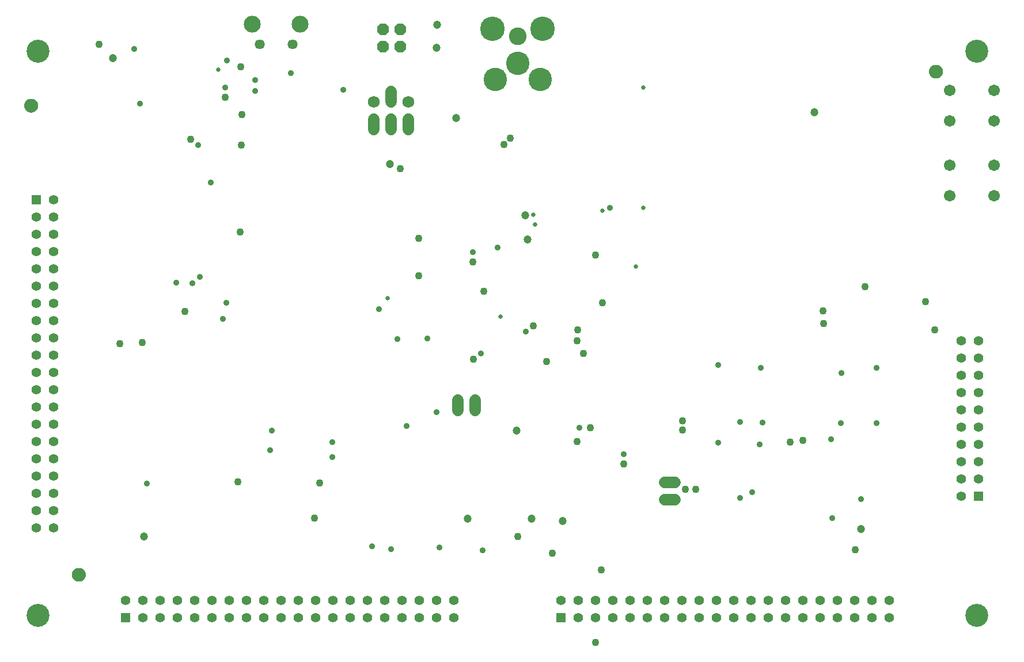
<source format=gbs>
G75*
%MOIN*%
%OFA0B0*%
%FSLAX25Y25*%
%IPPOS*%
%LPD*%
%AMOC8*
5,1,8,0,0,1.08239X$1,22.5*
%
%ADD10C,0.09800*%
%ADD11C,0.05750*%
%ADD12C,0.13300*%
%ADD13C,0.02584*%
%ADD14R,0.05524X0.05524*%
%ADD15C,0.05524*%
%ADD16C,0.04737*%
%ADD17C,0.03556*%
%ADD18C,0.03937*%
%ADD19OC8,0.06800*%
%ADD20C,0.06800*%
%ADD21C,0.06800*%
%ADD22C,0.04343*%
%ADD23C,0.06706*%
%ADD24C,0.13560*%
%ADD25C,0.14150*%
%ADD26C,0.10249*%
D10*
X0150089Y0552444D03*
X0177727Y0552444D03*
D11*
X0173456Y0540633D03*
X0154361Y0540633D03*
D12*
X0026113Y0536696D03*
X0569420Y0536696D03*
X0569420Y0209924D03*
X0026113Y0209924D03*
D13*
X0293830Y0383152D03*
X0228475Y0393782D03*
X0313711Y0436302D03*
X0312924Y0442207D03*
X0352688Y0444570D03*
X0376507Y0446144D03*
X0371979Y0412089D03*
X0376507Y0515829D03*
X0130444Y0526066D03*
D14*
X0025050Y0450593D03*
X0076782Y0208861D03*
X0328751Y0208861D03*
X0570483Y0279097D03*
D15*
X0560483Y0279097D03*
X0560483Y0289097D03*
X0570483Y0289097D03*
X0570483Y0299097D03*
X0560483Y0299097D03*
X0560483Y0309097D03*
X0570483Y0309097D03*
X0570483Y0319097D03*
X0560483Y0319097D03*
X0560483Y0329097D03*
X0570483Y0329097D03*
X0570483Y0339097D03*
X0560483Y0339097D03*
X0560483Y0349097D03*
X0570483Y0349097D03*
X0570483Y0359097D03*
X0560483Y0359097D03*
X0560483Y0369097D03*
X0570483Y0369097D03*
X0518751Y0218861D03*
X0518751Y0208861D03*
X0508751Y0208861D03*
X0508751Y0218861D03*
X0498751Y0218861D03*
X0498751Y0208861D03*
X0488751Y0208861D03*
X0488751Y0218861D03*
X0478751Y0218861D03*
X0478751Y0208861D03*
X0468751Y0208861D03*
X0468751Y0218861D03*
X0458751Y0218861D03*
X0458751Y0208861D03*
X0448751Y0208861D03*
X0448751Y0218861D03*
X0438751Y0218861D03*
X0438751Y0208861D03*
X0428751Y0208861D03*
X0428751Y0218861D03*
X0418751Y0218861D03*
X0418751Y0208861D03*
X0408751Y0208861D03*
X0408751Y0218861D03*
X0398751Y0218861D03*
X0398751Y0208861D03*
X0388751Y0208861D03*
X0388751Y0218861D03*
X0378751Y0218861D03*
X0378751Y0208861D03*
X0368751Y0208861D03*
X0368751Y0218861D03*
X0358751Y0218861D03*
X0358751Y0208861D03*
X0348751Y0208861D03*
X0348751Y0218861D03*
X0338751Y0218861D03*
X0338751Y0208861D03*
X0328751Y0218861D03*
X0266782Y0218861D03*
X0256782Y0218861D03*
X0246782Y0218861D03*
X0236782Y0218861D03*
X0226782Y0218861D03*
X0216782Y0218861D03*
X0206782Y0218861D03*
X0196782Y0218861D03*
X0186782Y0218861D03*
X0176782Y0218861D03*
X0166782Y0218861D03*
X0156782Y0218861D03*
X0146782Y0218861D03*
X0136782Y0218861D03*
X0126782Y0218861D03*
X0116782Y0218861D03*
X0106782Y0218861D03*
X0096782Y0218861D03*
X0086782Y0218861D03*
X0076782Y0218861D03*
X0086782Y0208861D03*
X0096782Y0208861D03*
X0106782Y0208861D03*
X0116782Y0208861D03*
X0126782Y0208861D03*
X0136782Y0208861D03*
X0146782Y0208861D03*
X0156782Y0208861D03*
X0166782Y0208861D03*
X0176782Y0208861D03*
X0186782Y0208861D03*
X0196782Y0208861D03*
X0206782Y0208861D03*
X0216782Y0208861D03*
X0226782Y0208861D03*
X0236782Y0208861D03*
X0246782Y0208861D03*
X0256782Y0208861D03*
X0266782Y0208861D03*
X0035050Y0260593D03*
X0025050Y0260593D03*
X0025050Y0270593D03*
X0035050Y0270593D03*
X0035050Y0280593D03*
X0025050Y0280593D03*
X0025050Y0290593D03*
X0035050Y0290593D03*
X0035050Y0300593D03*
X0025050Y0300593D03*
X0025050Y0310593D03*
X0035050Y0310593D03*
X0035050Y0320593D03*
X0025050Y0320593D03*
X0025050Y0330593D03*
X0035050Y0330593D03*
X0035050Y0340593D03*
X0025050Y0340593D03*
X0025050Y0350593D03*
X0035050Y0350593D03*
X0035050Y0360593D03*
X0025050Y0360593D03*
X0025050Y0370593D03*
X0035050Y0370593D03*
X0035050Y0380593D03*
X0025050Y0380593D03*
X0025050Y0390593D03*
X0035050Y0390593D03*
X0035050Y0400593D03*
X0025050Y0400593D03*
X0025050Y0410593D03*
X0035050Y0410593D03*
X0035050Y0420593D03*
X0025050Y0420593D03*
X0025050Y0430593D03*
X0035050Y0430593D03*
X0035050Y0440593D03*
X0025050Y0440593D03*
X0035050Y0450593D03*
D16*
X0069420Y0532759D03*
X0229853Y0471538D03*
X0268042Y0497916D03*
X0256822Y0538861D03*
X0257019Y0552050D03*
X0308200Y0441617D03*
X0309578Y0427640D03*
X0475326Y0501262D03*
X0303278Y0317010D03*
X0311940Y0266223D03*
X0329656Y0264648D03*
X0274932Y0266223D03*
X0087530Y0255593D03*
X0502491Y0259924D03*
D17*
X0485759Y0266420D03*
X0502491Y0277444D03*
X0484971Y0312089D03*
X0490877Y0321538D03*
X0511349Y0321538D03*
X0491270Y0350475D03*
X0511546Y0353428D03*
X0444617Y0353428D03*
X0419814Y0355199D03*
X0432412Y0322129D03*
X0445601Y0321735D03*
X0443830Y0308940D03*
X0419814Y0309924D03*
X0432609Y0278034D03*
X0439499Y0281381D03*
X0365089Y0303428D03*
X0339499Y0318782D03*
X0282412Y0361696D03*
X0308396Y0374294D03*
X0251310Y0370554D03*
X0233987Y0370160D03*
X0223357Y0387483D03*
X0277688Y0420554D03*
X0292255Y0423113D03*
X0357215Y0446144D03*
X0202885Y0514451D03*
X0172570Y0524097D03*
X0151704Y0519963D03*
X0151704Y0513664D03*
X0134578Y0515829D03*
X0135562Y0531381D03*
X0081625Y0538073D03*
X0084971Y0506381D03*
X0118830Y0482365D03*
X0126113Y0460711D03*
X0119814Y0405987D03*
X0115483Y0402444D03*
X0106034Y0402837D03*
X0134971Y0391223D03*
X0133200Y0381577D03*
X0161349Y0317010D03*
X0160365Y0305593D03*
X0196389Y0310514D03*
X0196585Y0301656D03*
X0239499Y0319766D03*
X0256822Y0327640D03*
X0258396Y0249294D03*
X0283593Y0247719D03*
X0230444Y0248310D03*
X0219420Y0250081D03*
X0089105Y0286302D03*
D18*
X0047766Y0233546D02*
X0047768Y0233634D01*
X0047774Y0233722D01*
X0047784Y0233810D01*
X0047798Y0233898D01*
X0047815Y0233984D01*
X0047837Y0234070D01*
X0047862Y0234154D01*
X0047892Y0234238D01*
X0047924Y0234320D01*
X0047961Y0234400D01*
X0048001Y0234479D01*
X0048045Y0234556D01*
X0048092Y0234631D01*
X0048142Y0234703D01*
X0048196Y0234774D01*
X0048252Y0234841D01*
X0048312Y0234907D01*
X0048374Y0234969D01*
X0048440Y0235029D01*
X0048507Y0235085D01*
X0048578Y0235139D01*
X0048650Y0235189D01*
X0048725Y0235236D01*
X0048802Y0235280D01*
X0048881Y0235320D01*
X0048961Y0235357D01*
X0049043Y0235389D01*
X0049127Y0235419D01*
X0049211Y0235444D01*
X0049297Y0235466D01*
X0049383Y0235483D01*
X0049471Y0235497D01*
X0049559Y0235507D01*
X0049647Y0235513D01*
X0049735Y0235515D01*
X0049823Y0235513D01*
X0049911Y0235507D01*
X0049999Y0235497D01*
X0050087Y0235483D01*
X0050173Y0235466D01*
X0050259Y0235444D01*
X0050343Y0235419D01*
X0050427Y0235389D01*
X0050509Y0235357D01*
X0050589Y0235320D01*
X0050668Y0235280D01*
X0050745Y0235236D01*
X0050820Y0235189D01*
X0050892Y0235139D01*
X0050963Y0235085D01*
X0051030Y0235029D01*
X0051096Y0234969D01*
X0051158Y0234907D01*
X0051218Y0234841D01*
X0051274Y0234774D01*
X0051328Y0234703D01*
X0051378Y0234631D01*
X0051425Y0234556D01*
X0051469Y0234479D01*
X0051509Y0234400D01*
X0051546Y0234320D01*
X0051578Y0234238D01*
X0051608Y0234154D01*
X0051633Y0234070D01*
X0051655Y0233984D01*
X0051672Y0233898D01*
X0051686Y0233810D01*
X0051696Y0233722D01*
X0051702Y0233634D01*
X0051704Y0233546D01*
X0051702Y0233458D01*
X0051696Y0233370D01*
X0051686Y0233282D01*
X0051672Y0233194D01*
X0051655Y0233108D01*
X0051633Y0233022D01*
X0051608Y0232938D01*
X0051578Y0232854D01*
X0051546Y0232772D01*
X0051509Y0232692D01*
X0051469Y0232613D01*
X0051425Y0232536D01*
X0051378Y0232461D01*
X0051328Y0232389D01*
X0051274Y0232318D01*
X0051218Y0232251D01*
X0051158Y0232185D01*
X0051096Y0232123D01*
X0051030Y0232063D01*
X0050963Y0232007D01*
X0050892Y0231953D01*
X0050820Y0231903D01*
X0050745Y0231856D01*
X0050668Y0231812D01*
X0050589Y0231772D01*
X0050509Y0231735D01*
X0050427Y0231703D01*
X0050343Y0231673D01*
X0050259Y0231648D01*
X0050173Y0231626D01*
X0050087Y0231609D01*
X0049999Y0231595D01*
X0049911Y0231585D01*
X0049823Y0231579D01*
X0049735Y0231577D01*
X0049647Y0231579D01*
X0049559Y0231585D01*
X0049471Y0231595D01*
X0049383Y0231609D01*
X0049297Y0231626D01*
X0049211Y0231648D01*
X0049127Y0231673D01*
X0049043Y0231703D01*
X0048961Y0231735D01*
X0048881Y0231772D01*
X0048802Y0231812D01*
X0048725Y0231856D01*
X0048650Y0231903D01*
X0048578Y0231953D01*
X0048507Y0232007D01*
X0048440Y0232063D01*
X0048374Y0232123D01*
X0048312Y0232185D01*
X0048252Y0232251D01*
X0048196Y0232318D01*
X0048142Y0232389D01*
X0048092Y0232461D01*
X0048045Y0232536D01*
X0048001Y0232613D01*
X0047961Y0232692D01*
X0047924Y0232772D01*
X0047892Y0232854D01*
X0047862Y0232938D01*
X0047837Y0233022D01*
X0047815Y0233108D01*
X0047798Y0233194D01*
X0047784Y0233282D01*
X0047774Y0233370D01*
X0047768Y0233458D01*
X0047766Y0233546D01*
X0020207Y0505199D02*
X0020209Y0505287D01*
X0020215Y0505375D01*
X0020225Y0505463D01*
X0020239Y0505551D01*
X0020256Y0505637D01*
X0020278Y0505723D01*
X0020303Y0505807D01*
X0020333Y0505891D01*
X0020365Y0505973D01*
X0020402Y0506053D01*
X0020442Y0506132D01*
X0020486Y0506209D01*
X0020533Y0506284D01*
X0020583Y0506356D01*
X0020637Y0506427D01*
X0020693Y0506494D01*
X0020753Y0506560D01*
X0020815Y0506622D01*
X0020881Y0506682D01*
X0020948Y0506738D01*
X0021019Y0506792D01*
X0021091Y0506842D01*
X0021166Y0506889D01*
X0021243Y0506933D01*
X0021322Y0506973D01*
X0021402Y0507010D01*
X0021484Y0507042D01*
X0021568Y0507072D01*
X0021652Y0507097D01*
X0021738Y0507119D01*
X0021824Y0507136D01*
X0021912Y0507150D01*
X0022000Y0507160D01*
X0022088Y0507166D01*
X0022176Y0507168D01*
X0022264Y0507166D01*
X0022352Y0507160D01*
X0022440Y0507150D01*
X0022528Y0507136D01*
X0022614Y0507119D01*
X0022700Y0507097D01*
X0022784Y0507072D01*
X0022868Y0507042D01*
X0022950Y0507010D01*
X0023030Y0506973D01*
X0023109Y0506933D01*
X0023186Y0506889D01*
X0023261Y0506842D01*
X0023333Y0506792D01*
X0023404Y0506738D01*
X0023471Y0506682D01*
X0023537Y0506622D01*
X0023599Y0506560D01*
X0023659Y0506494D01*
X0023715Y0506427D01*
X0023769Y0506356D01*
X0023819Y0506284D01*
X0023866Y0506209D01*
X0023910Y0506132D01*
X0023950Y0506053D01*
X0023987Y0505973D01*
X0024019Y0505891D01*
X0024049Y0505807D01*
X0024074Y0505723D01*
X0024096Y0505637D01*
X0024113Y0505551D01*
X0024127Y0505463D01*
X0024137Y0505375D01*
X0024143Y0505287D01*
X0024145Y0505199D01*
X0024143Y0505111D01*
X0024137Y0505023D01*
X0024127Y0504935D01*
X0024113Y0504847D01*
X0024096Y0504761D01*
X0024074Y0504675D01*
X0024049Y0504591D01*
X0024019Y0504507D01*
X0023987Y0504425D01*
X0023950Y0504345D01*
X0023910Y0504266D01*
X0023866Y0504189D01*
X0023819Y0504114D01*
X0023769Y0504042D01*
X0023715Y0503971D01*
X0023659Y0503904D01*
X0023599Y0503838D01*
X0023537Y0503776D01*
X0023471Y0503716D01*
X0023404Y0503660D01*
X0023333Y0503606D01*
X0023261Y0503556D01*
X0023186Y0503509D01*
X0023109Y0503465D01*
X0023030Y0503425D01*
X0022950Y0503388D01*
X0022868Y0503356D01*
X0022784Y0503326D01*
X0022700Y0503301D01*
X0022614Y0503279D01*
X0022528Y0503262D01*
X0022440Y0503248D01*
X0022352Y0503238D01*
X0022264Y0503232D01*
X0022176Y0503230D01*
X0022088Y0503232D01*
X0022000Y0503238D01*
X0021912Y0503248D01*
X0021824Y0503262D01*
X0021738Y0503279D01*
X0021652Y0503301D01*
X0021568Y0503326D01*
X0021484Y0503356D01*
X0021402Y0503388D01*
X0021322Y0503425D01*
X0021243Y0503465D01*
X0021166Y0503509D01*
X0021091Y0503556D01*
X0021019Y0503606D01*
X0020948Y0503660D01*
X0020881Y0503716D01*
X0020815Y0503776D01*
X0020753Y0503838D01*
X0020693Y0503904D01*
X0020637Y0503971D01*
X0020583Y0504042D01*
X0020533Y0504114D01*
X0020486Y0504189D01*
X0020442Y0504266D01*
X0020402Y0504345D01*
X0020365Y0504425D01*
X0020333Y0504507D01*
X0020303Y0504591D01*
X0020278Y0504675D01*
X0020256Y0504761D01*
X0020239Y0504847D01*
X0020225Y0504935D01*
X0020215Y0505023D01*
X0020209Y0505111D01*
X0020207Y0505199D01*
X0543829Y0524885D02*
X0543831Y0524973D01*
X0543837Y0525061D01*
X0543847Y0525149D01*
X0543861Y0525237D01*
X0543878Y0525323D01*
X0543900Y0525409D01*
X0543925Y0525493D01*
X0543955Y0525577D01*
X0543987Y0525659D01*
X0544024Y0525739D01*
X0544064Y0525818D01*
X0544108Y0525895D01*
X0544155Y0525970D01*
X0544205Y0526042D01*
X0544259Y0526113D01*
X0544315Y0526180D01*
X0544375Y0526246D01*
X0544437Y0526308D01*
X0544503Y0526368D01*
X0544570Y0526424D01*
X0544641Y0526478D01*
X0544713Y0526528D01*
X0544788Y0526575D01*
X0544865Y0526619D01*
X0544944Y0526659D01*
X0545024Y0526696D01*
X0545106Y0526728D01*
X0545190Y0526758D01*
X0545274Y0526783D01*
X0545360Y0526805D01*
X0545446Y0526822D01*
X0545534Y0526836D01*
X0545622Y0526846D01*
X0545710Y0526852D01*
X0545798Y0526854D01*
X0545886Y0526852D01*
X0545974Y0526846D01*
X0546062Y0526836D01*
X0546150Y0526822D01*
X0546236Y0526805D01*
X0546322Y0526783D01*
X0546406Y0526758D01*
X0546490Y0526728D01*
X0546572Y0526696D01*
X0546652Y0526659D01*
X0546731Y0526619D01*
X0546808Y0526575D01*
X0546883Y0526528D01*
X0546955Y0526478D01*
X0547026Y0526424D01*
X0547093Y0526368D01*
X0547159Y0526308D01*
X0547221Y0526246D01*
X0547281Y0526180D01*
X0547337Y0526113D01*
X0547391Y0526042D01*
X0547441Y0525970D01*
X0547488Y0525895D01*
X0547532Y0525818D01*
X0547572Y0525739D01*
X0547609Y0525659D01*
X0547641Y0525577D01*
X0547671Y0525493D01*
X0547696Y0525409D01*
X0547718Y0525323D01*
X0547735Y0525237D01*
X0547749Y0525149D01*
X0547759Y0525061D01*
X0547765Y0524973D01*
X0547767Y0524885D01*
X0547765Y0524797D01*
X0547759Y0524709D01*
X0547749Y0524621D01*
X0547735Y0524533D01*
X0547718Y0524447D01*
X0547696Y0524361D01*
X0547671Y0524277D01*
X0547641Y0524193D01*
X0547609Y0524111D01*
X0547572Y0524031D01*
X0547532Y0523952D01*
X0547488Y0523875D01*
X0547441Y0523800D01*
X0547391Y0523728D01*
X0547337Y0523657D01*
X0547281Y0523590D01*
X0547221Y0523524D01*
X0547159Y0523462D01*
X0547093Y0523402D01*
X0547026Y0523346D01*
X0546955Y0523292D01*
X0546883Y0523242D01*
X0546808Y0523195D01*
X0546731Y0523151D01*
X0546652Y0523111D01*
X0546572Y0523074D01*
X0546490Y0523042D01*
X0546406Y0523012D01*
X0546322Y0522987D01*
X0546236Y0522965D01*
X0546150Y0522948D01*
X0546062Y0522934D01*
X0545974Y0522924D01*
X0545886Y0522918D01*
X0545798Y0522916D01*
X0545710Y0522918D01*
X0545622Y0522924D01*
X0545534Y0522934D01*
X0545446Y0522948D01*
X0545360Y0522965D01*
X0545274Y0522987D01*
X0545190Y0523012D01*
X0545106Y0523042D01*
X0545024Y0523074D01*
X0544944Y0523111D01*
X0544865Y0523151D01*
X0544788Y0523195D01*
X0544713Y0523242D01*
X0544641Y0523292D01*
X0544570Y0523346D01*
X0544503Y0523402D01*
X0544437Y0523462D01*
X0544375Y0523524D01*
X0544315Y0523590D01*
X0544259Y0523657D01*
X0544205Y0523728D01*
X0544155Y0523800D01*
X0544108Y0523875D01*
X0544064Y0523952D01*
X0544024Y0524031D01*
X0543987Y0524111D01*
X0543955Y0524193D01*
X0543925Y0524277D01*
X0543900Y0524361D01*
X0543878Y0524447D01*
X0543861Y0524533D01*
X0543847Y0524621D01*
X0543837Y0524709D01*
X0543831Y0524797D01*
X0543829Y0524885D01*
D19*
X0235837Y0539570D03*
X0225837Y0539570D03*
X0225837Y0549570D03*
X0235837Y0549570D03*
D20*
X0230444Y0513325D02*
X0230444Y0507325D01*
X0230444Y0497325D02*
X0230444Y0491325D01*
X0240444Y0491325D02*
X0240444Y0497325D01*
X0220444Y0497325D02*
X0220444Y0491325D01*
X0269144Y0334577D02*
X0269144Y0328577D01*
X0279144Y0328577D02*
X0279144Y0334577D01*
X0388861Y0286971D02*
X0394861Y0286971D01*
X0394861Y0276971D02*
X0388861Y0276971D01*
D21*
X0240444Y0507325D03*
X0220444Y0507325D03*
D22*
X0348751Y0194373D03*
X0352097Y0236499D03*
X0323751Y0246144D03*
X0303672Y0255593D03*
X0365089Y0297719D03*
X0345798Y0318782D03*
X0338121Y0310711D03*
X0399144Y0317404D03*
X0399144Y0322719D03*
X0461349Y0310318D03*
X0468633Y0311302D03*
X0406625Y0283152D03*
X0400916Y0283152D03*
X0499144Y0247916D03*
X0320601Y0357168D03*
X0338121Y0369176D03*
X0338318Y0375278D03*
X0341861Y0361892D03*
X0312924Y0377837D03*
X0283987Y0397719D03*
X0277688Y0414845D03*
X0246585Y0406774D03*
X0246585Y0428428D03*
X0235759Y0468782D03*
X0295798Y0482759D03*
X0299341Y0486302D03*
X0348948Y0418585D03*
X0352885Y0391026D03*
X0278081Y0358349D03*
X0189105Y0286696D03*
X0185956Y0266420D03*
X0141861Y0287483D03*
X0086546Y0368192D03*
X0073357Y0367404D03*
X0110956Y0385908D03*
X0143239Y0432168D03*
X0143830Y0482365D03*
X0144223Y0500081D03*
X0134578Y0510121D03*
X0143436Y0527640D03*
X0114302Y0485711D03*
X0061546Y0540633D03*
X0480444Y0386302D03*
X0480641Y0379018D03*
X0504656Y0400278D03*
X0539893Y0391814D03*
X0545207Y0375475D03*
D23*
X0553869Y0453034D03*
X0553869Y0470751D03*
X0579459Y0470751D03*
X0579459Y0453034D03*
X0579459Y0496341D03*
X0579459Y0514058D03*
X0553869Y0514058D03*
X0553869Y0496341D03*
D24*
X0316664Y0520554D03*
X0303672Y0529609D03*
X0290680Y0520554D03*
D25*
X0289105Y0549688D03*
X0318239Y0549688D03*
D26*
X0303672Y0545357D03*
M02*

</source>
